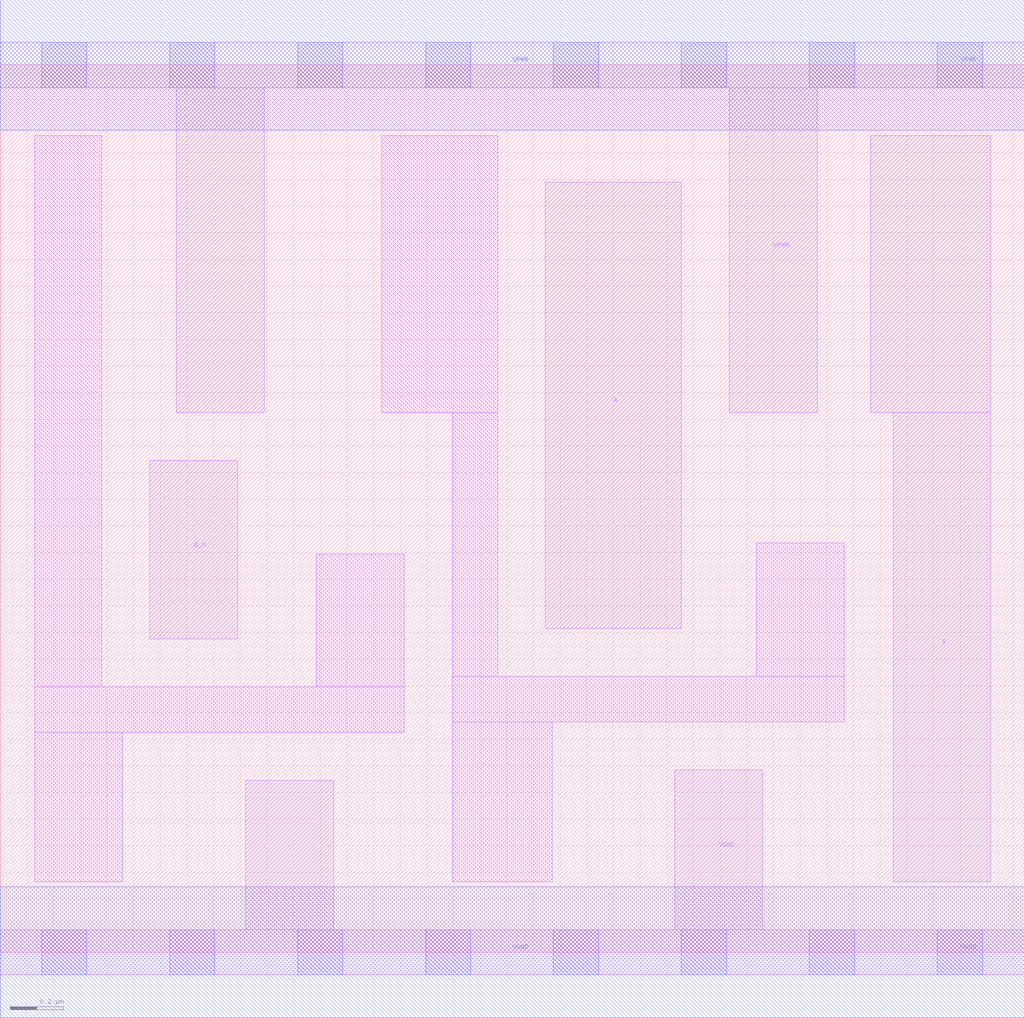
<source format=lef>
# Copyright 2020 The SkyWater PDK Authors
#
# Licensed under the Apache License, Version 2.0 (the "License");
# you may not use this file except in compliance with the License.
# You may obtain a copy of the License at
#
#     https://www.apache.org/licenses/LICENSE-2.0
#
# Unless required by applicable law or agreed to in writing, software
# distributed under the License is distributed on an "AS IS" BASIS,
# WITHOUT WARRANTIES OR CONDITIONS OF ANY KIND, either express or implied.
# See the License for the specific language governing permissions and
# limitations under the License.
#
# SPDX-License-Identifier: Apache-2.0

VERSION 5.7 ;
  NAMESCASESENSITIVE ON ;
  NOWIREEXTENSIONATPIN ON ;
  DIVIDERCHAR "/" ;
  BUSBITCHARS "[]" ;
UNITS
  DATABASE MICRONS 200 ;
END UNITS
MACRO sky130_fd_sc_lp__or2b_lp
  CLASS CORE ;
  SOURCE USER ;
  FOREIGN sky130_fd_sc_lp__or2b_lp ;
  ORIGIN  0.000000  0.000000 ;
  SIZE  3.840000 BY  3.330000 ;
  SYMMETRY X Y R90 ;
  SITE unit ;
  PIN A
    ANTENNAGATEAREA  0.376000 ;
    DIRECTION INPUT ;
    USE SIGNAL ;
    PORT
      LAYER li1 ;
        RECT 2.045000 1.215000 2.555000 2.890000 ;
    END
  END A
  PIN B_N
    ANTENNAGATEAREA  0.376000 ;
    DIRECTION INPUT ;
    USE SIGNAL ;
    PORT
      LAYER li1 ;
        RECT 0.560000 1.175000 0.890000 1.845000 ;
    END
  END B_N
  PIN X
    ANTENNADIFFAREA  0.404700 ;
    DIRECTION OUTPUT ;
    USE SIGNAL ;
    PORT
      LAYER li1 ;
        RECT 3.265000 2.025000 3.715000 3.065000 ;
        RECT 3.350000 0.265000 3.715000 2.025000 ;
    END
  END X
  PIN VGND
    DIRECTION INOUT ;
    USE GROUND ;
    PORT
      LAYER li1 ;
        RECT 0.000000 -0.085000 3.840000 0.085000 ;
        RECT 0.920000  0.085000 1.250000 0.645000 ;
        RECT 2.530000  0.085000 2.860000 0.685000 ;
      LAYER mcon ;
        RECT 0.155000 -0.085000 0.325000 0.085000 ;
        RECT 0.635000 -0.085000 0.805000 0.085000 ;
        RECT 1.115000 -0.085000 1.285000 0.085000 ;
        RECT 1.595000 -0.085000 1.765000 0.085000 ;
        RECT 2.075000 -0.085000 2.245000 0.085000 ;
        RECT 2.555000 -0.085000 2.725000 0.085000 ;
        RECT 3.035000 -0.085000 3.205000 0.085000 ;
        RECT 3.515000 -0.085000 3.685000 0.085000 ;
      LAYER met1 ;
        RECT 0.000000 -0.245000 3.840000 0.245000 ;
    END
  END VGND
  PIN VPWR
    DIRECTION INOUT ;
    USE POWER ;
    PORT
      LAYER li1 ;
        RECT 0.000000 3.245000 3.840000 3.415000 ;
        RECT 0.660000 2.025000 0.990000 3.245000 ;
        RECT 2.735000 2.025000 3.065000 3.245000 ;
      LAYER mcon ;
        RECT 0.155000 3.245000 0.325000 3.415000 ;
        RECT 0.635000 3.245000 0.805000 3.415000 ;
        RECT 1.115000 3.245000 1.285000 3.415000 ;
        RECT 1.595000 3.245000 1.765000 3.415000 ;
        RECT 2.075000 3.245000 2.245000 3.415000 ;
        RECT 2.555000 3.245000 2.725000 3.415000 ;
        RECT 3.035000 3.245000 3.205000 3.415000 ;
        RECT 3.515000 3.245000 3.685000 3.415000 ;
      LAYER met1 ;
        RECT 0.000000 3.085000 3.840000 3.575000 ;
    END
  END VPWR
  OBS
    LAYER li1 ;
      RECT 0.130000 0.265000 0.460000 0.825000 ;
      RECT 0.130000 0.825000 1.515000 0.995000 ;
      RECT 0.130000 0.995000 0.380000 3.065000 ;
      RECT 1.185000 0.995000 1.515000 1.495000 ;
      RECT 1.430000 2.025000 1.865000 3.065000 ;
      RECT 1.695000 0.265000 2.070000 0.865000 ;
      RECT 1.695000 0.865000 3.165000 1.035000 ;
      RECT 1.695000 1.035000 1.865000 2.025000 ;
      RECT 2.835000 1.035000 3.165000 1.535000 ;
  END
END sky130_fd_sc_lp__or2b_lp

</source>
